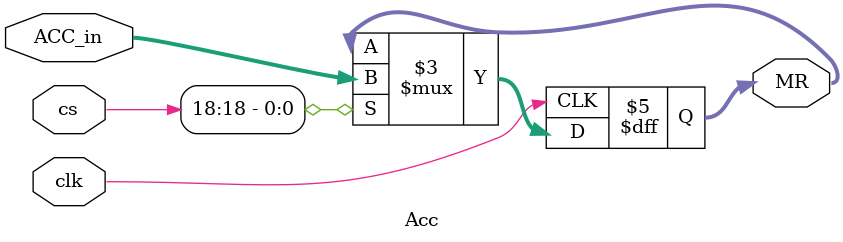
<source format=v>
`timescale 1ns / 1ps


module Acc(
    cs,clk,MR,ACC_in
    );
    input [31:0] cs;
    input clk;
    output [15:0] MR;
    input [15:0] ACC_in;
    
    reg [15:0] MR;
    always@(posedge(clk))begin
        if(cs[18]==1)begin
            MR<=ACC_in;
        end
    end
    
endmodule

</source>
